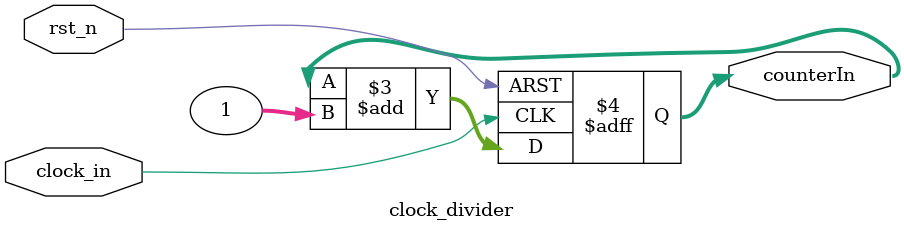
<source format=v>
`timescale 1ns / 1ps


module clock_divider(
    input clock_in, 
    input rst_n, // active low-reset
    output reg [31:0] counterIn // 32 bit counter output increments on posEdge CLK

    );
   
    always @(posedge clock_in or negedge rst_n) begin
        if (!rst_n)
            counterIn <= 32'b0;     // Reset the counter
        else
            counterIn <= counterIn + 1;   // Increment on each rising clock edge
    end
    
endmodule

</source>
